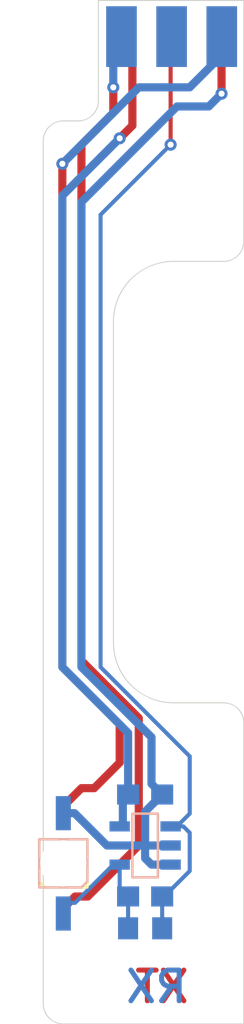
<source format=kicad_pcb>
(kicad_pcb (version 20241229) (generator "pcbnew") (generator_version "9.0")
  (layers (0 "F.Cu" signal) (2 "B.Cu" signal) (13 "F.Paste" user) (15 "B.Paste" user) (5 "F.SilkS" user "F.Silkscreen") (7 "B.SilkS" user "B.Silkscreen") (1 "F.Mask" user) (3 "B.Mask" user) (25 "Edge.Cuts" user))
  (net 0 "")
  (net 1 "GND")
  (net 2 "N$114")
  (net 3 "RX+3V3")
  (net 4 "IR-ADC")
  (net 5 "NC")
  (net 6 "TX-LED")
  (footprint "Ball Detection v4:LED-GULLR" (layer "F.Cu") (at 144.5011 122.5036 90)
    (property "Reference" "D1")
    (property "Value" "VSMB2000X01" (hide yes))
    (fp_line (start 1.2 -1.2) (end 1.2 1.2) (stroke (width 0.127)) (layer "F.SilkS"))
    (fp_line (start -0.9 -1.2) (end 1.2 -1.2) (stroke (width 0.127)) (layer "F.SilkS"))
    (fp_line (start -0.9 -1.2) (end -1.2 -0.9) (stroke (width 0.127)) (layer "F.SilkS"))
    (fp_line (start 1.2 1.2) (end -1.2 1.2) (stroke (width 0.127)) (layer "F.SilkS"))
    (fp_line (start -1.2 1.2) (end -1.2 -0.9) (stroke (width 0.127)) (layer "F.SilkS"))
    (pad "" np_thru_hole circle (at 0 0 90) (size 2.3 2.3) (drill 2.3) (layers "*.Cu" "*.Mask"))
    (pad "A" smd rect (at 2.5 0 90) (size 1.7 0.75) (layers "F.Cu" "F.Mask" "F.Paste") (net 6 "TX-LED"))
    (pad "C" smd rect (at -2.5 0 90) (size 1.7 0.75) (layers "F.Cu" "F.Mask" "F.Paste") (net 5 "NC"))
  )
  (footprint "Ball Detection v4:dummyfp0" (layer "F.Cu") (at 145.5011 128.5036)
    (property "Reference" "UNK_HOLE_0" (hide yes))
    (property "Value" "" (hide yes))
    (pad "" np_thru_hole circle (at 0 0) (size 2.1 2.1) (drill 2.1) (layers "*.Cu" "*.Mask"))
  )
  (footprint "Ball Detection v4:dummyfp2" (layer "F.Cu") (at 149.5011 90.5036)
    (property "Reference" "UNK_HOLE_2" (hide yes))
    (property "Value" "" (hide yes))
    (pad "" np_thru_hole circle (at 0 0) (size 2.1 2.1) (drill 2.1) (layers "*.Cu" "*.Mask"))
  )
  (footprint "Ball Detection v4:dummyfp1" (layer "F.Cu") (at 145.5011 116.5036)
    (property "Reference" "UNK_HOLE_1" (hide yes))
    (property "Value" "" (hide yes))
    (pad "" np_thru_hole circle (at 0 0) (size 2.1 2.1) (drill 2.1) (layers "*.Cu" "*.Mask"))
  )
  (footprint "Ball Detection v4:C0603" (layer "B.Cu") (at 148.5811 119.0736 180)
    (property "Reference" "C2")
    (property "Value" "10u" (hide yes))
    (pad "1" smd rect (at -0.85 0 180) (size 1.1 1) (layers "B.Cu" "B.Mask" "B.Paste") (net 1 "GND"))
    (pad "2" smd rect (at 0.85 0 180) (size 1.1 1) (layers "B.Cu" "B.Mask" "B.Paste") (net 3 "RX+3V3"))
  )
  (footprint "Ball Detection v4:LED-GULLR" (layer "B.Cu") (at 144.5011 122.5036 90)
    (property "Reference" "D2")
    (property "Value" "TEMD1000" (hide yes))
    (fp_line (start 1.2 -1.2) (end -1.2 -1.2) (stroke (width 0.127)) (layer "B.SilkS"))
    (fp_line (start -1.2 -1.2) (end -1.2 0.9) (stroke (width 0.127)) (layer "B.SilkS"))
    (fp_line (start 1.2 1.2) (end 1.2 -1.2) (stroke (width 0.127)) (layer "B.SilkS"))
    (fp_line (start -0.9 1.2) (end -1.2 0.9) (stroke (width 0.127)) (layer "B.SilkS"))
    (fp_line (start -0.9 1.2) (end 1.2 1.2) (stroke (width 0.127)) (layer "B.SilkS"))
    (pad "" np_thru_hole circle (at 0 0 90) (size 2.3 2.3) (drill 2.3) (layers "*.Cu" "*.Mask"))
    (pad "A" smd rect (at 2.5 0 90) (size 1.7 0.75) (layers "B.Cu" "B.Mask" "B.Paste") (net 1 "GND"))
    (pad "C" smd rect (at -2.5 0 90) (size 1.7 0.75) (layers "B.Cu" "B.Mask" "B.Paste") (net 2 "N$114"))
  )
  (footprint "Ball Detection v4:R0603" (layer "B.Cu") (at 148.5811 125.7411)
    (property "Reference" "R1")
    (property "Value" "1M" (hide yes))
    (pad "1" smd rect (at -0.85 0) (size 1 1.1) (layers "B.Cu" "B.Mask" "B.Paste") (net 2 "N$114"))
    (pad "2" smd rect (at 0.85 0) (size 1 1.1) (layers "B.Cu" "B.Mask" "B.Paste") (net 4 "IR-ADC"))
  )
  (footprint "Ball Detection v4:C0603" (layer "B.Cu") (at 148.5811 124.1536)
    (property "Reference" "C1")
    (property "Value" "10p" (hide yes))
    (pad "1" smd rect (at -0.85 0) (size 1.1 1) (layers "B.Cu" "B.Mask" "B.Paste") (net 2 "N$114"))
    (pad "2" smd rect (at 0.85 0) (size 1.1 1) (layers "B.Cu" "B.Mask" "B.Paste") (net 4 "IR-ADC"))
  )
  (footprint "Ball Detection v4:SOT23-5" (layer "B.Cu") (at 148.5811 121.6136 180)
    (property "Reference" "IC1")
    (property "Value" "OPA320" (hide yes))
    (fp_line (start 0.635 1.5875) (end 0.635 -1.5875) (stroke (width 0.127)) (layer "B.SilkS"))
    (fp_line (start 0.635 -1.5875) (end -0.635 -1.5875) (stroke (width 0.127)) (layer "B.SilkS"))
    (fp_line (start -0.635 1.5875) (end 0.635 1.5875) (stroke (width 0.127)) (layer "B.SilkS"))
    (fp_line (start -0.635 -1.5875) (end -0.635 1.5875) (stroke (width 0.127)) (layer "B.SilkS"))
    (pad "1" smd rect (at -1.27 0.9525 180) (size 1.016 0.508) (layers "B.Cu" "B.Mask" "B.Paste") (net 4 "IR-ADC"))
    (pad "2" smd rect (at -1.27 0 180) (size 1.016 0.508) (layers "B.Cu" "B.Mask" "B.Paste") (net 1 "GND"))
    (pad "3" smd rect (at -1.27 -0.9525 180) (size 1.016 0.508) (layers "B.Cu" "B.Mask" "B.Paste") (net 1 "GND"))
    (pad "4" smd rect (at 1.27 -0.9525 180) (size 1.016 0.508) (layers "B.Cu" "B.Mask" "B.Paste") (net 2 "N$114"))
    (pad "5" smd rect (at 1.27 0.9525 180) (size 1.016 0.508) (layers "B.Cu" "B.Mask" "B.Paste") (net 3 "RX+3V3"))
  )
  (gr_arc (start 153.5011 91.5036) (mid 153.208207 92.210707) (end 152.5011 92.5036) (stroke (width 0.05)) (layer "Edge.Cuts"))
  (gr_line (start 153.5011 115.5036) (end 153.5011 130.5036) (stroke (width 0.05)) (layer "Edge.Cuts"))
  (gr_line (start 150.0011 114.5036) (end 152.5011 114.5036) (stroke (width 0.05)) (layer "Edge.Cuts"))
  (gr_line (start 146.2511 79.5036) (end 146.2511 84.5036) (stroke (width 0.05)) (layer "Edge.Cuts"))
  (gr_line (start 147.0011 111.5036) (end 147.0011 95.5036) (stroke (width 0.05)) (layer "Edge.Cuts"))
  (gr_line (start 153.5011 130.5036) (end 144.5011 130.5036) (stroke (width 0.05)) (layer "Edge.Cuts"))
  (gr_arc (start 143.5011 86.5036) (mid 143.793993 85.796493) (end 144.5011 85.5036) (stroke (width 0.05)) (layer "Edge.Cuts"))
  (gr_arc (start 150.0011 114.5036) (mid 147.87978 113.62492) (end 147.0011 111.5036) (stroke (width 0.05)) (layer "Edge.Cuts"))
  (gr_line (start 144.5011 85.5036) (end 145.2511 85.5036) (stroke (width 0.05)) (layer "Edge.Cuts"))
  (gr_line (start 150.0011 92.5036) (end 152.5011 92.5036) (stroke (width 0.05)) (layer "Edge.Cuts"))
  (gr_arc (start 144.5011 130.5036) (mid 143.793993 130.210707) (end 143.5011 129.5036) (stroke (width 0.05)) (layer "Edge.Cuts"))
  (gr_arc (start 147.0011 95.5036) (mid 147.87978 93.38228) (end 150.0011 92.5036) (stroke (width 0.05)) (layer "Edge.Cuts"))
  (gr_line (start 143.5011 86.5036) (end 143.5011 129.5036) (stroke (width 0.05)) (layer "Edge.Cuts"))
  (gr_line (start 146.2511 79.5036) (end 153.5011 79.5036) (stroke (width 0.05)) (layer "Edge.Cuts"))
  (gr_arc (start 146.2511 84.5036) (mid 145.958207 85.210707) (end 145.2511 85.5036) (stroke (width 0.05)) (layer "Edge.Cuts"))
  (gr_arc (start 152.5011 114.5036) (mid 153.208207 114.796493) (end 153.5011 115.5036) (stroke (width 0.05)) (layer "Edge.Cuts"))
  (gr_line (start 153.5011 91.5036) (end 153.5011 79.5036) (stroke (width 0.05)) (layer "Edge.Cuts"))
  (gr_text "TX" (at 147.9461 129.5511 0) (layer "F.Cu") (effects (font (size 1.52908 1.52908) (thickness 0.24892)) (justify left bottom)))
  (gr_text "RX" (at 150.8036 129.5511 -0) (layer "B.Cu") (effects (font (size 1.52908 1.52908) (thickness 0.24892)) (justify left bottom mirror)))
  (segment (start 152.3911 84.1486) (end 152.3911 81.2911) (width 0.4064) (layer "F.Cu") (net 1))
  (via (at 152.3911 84.1486) (size 0.6048) (drill 0.3048) (layers "F.Cu" "B.Cu") (net 1))
  (segment (start 146.6761 121.6136) (end 145.0661 120.0036) (width 0.4064) (layer "B.Cu") (net 1))
  (segment (start 148.5811 121.6136) (end 149.8511 121.6136) (width 0.4064) (layer "B.Cu") (net 1))
  (segment (start 148.5811 122.2486) (end 148.5811 121.6136) (width 0.4064) (layer "B.Cu") (net 1))
  (segment (start 148.8986 118.5411) (end 148.8986 116.2161) (width 0.4064) (layer "B.Cu") (net 1))
  (segment (start 149.4311 119.0736) (end 148.8986 118.5411) (width 0.4064) (layer "B.Cu") (net 1))
  (segment (start 148.8986 116.2161) (end 145.4061 112.7236) (width 0.4064) (layer "B.Cu") (net 1))
  (segment (start 151.7561 84.7836) (end 150.1686 84.7836) (width 0.4064) (layer "B.Cu") (net 1))
  (segment (start 149.8511 122.5661) (end 148.8986 122.5661) (width 0.4064) (layer "B.Cu") (net 1))
  (segment (start 148.5811 119.9236) (end 148.5811 121.6136) (width 0.4064) (layer "B.Cu") (net 1))
  (segment (start 151.7561 84.7836) (end 152.3911 84.1486) (width 0.4064) (layer "B.Cu") (net 1))
  (segment (start 148.8986 122.5661) (end 148.5811 122.2486) (width 0.4064) (layer "B.Cu") (net 1))
  (segment (start 148.5811 121.6136) (end 146.6761 121.6136) (width 0.4064) (layer "B.Cu") (net 1))
  (segment (start 149.4311 119.0736) (end 148.5811 119.9236) (width 0.4064) (layer "B.Cu") (net 1))
  (segment (start 145.0661 120.0036) (end 144.5011 120.0036) (width 0.4064) (layer "B.Cu") (net 1))
  (segment (start 150.1686 84.7836) (end 145.4061 89.5461) (width 0.4064) (layer "B.Cu") (net 1))
  (segment (start 145.4061 112.7236) (end 145.4061 89.5461) (width 0.4064) (layer "B.Cu") (net 1))
  (segment (start 147.7311 124.1536) (end 147.7311 125.7411) (width 0.2032) (layer "B.Cu") (net 2))
  (segment (start 145.0886 124.4711) (end 146.9936 122.5661) (width 0.2032) (layer "B.Cu") (net 2))
  (segment (start 147.3111 122.5661) (end 147.3111 124.1536) (width 0.2032) (layer "B.Cu") (net 2))
  (segment (start 147.3111 124.1536) (end 147.7311 124.1536) (width 0.2032) (layer "B.Cu") (net 2))
  (segment (start 144.7711 124.7336) (end 144.7711 124.4711) (width 0.2032) (layer "B.Cu") (net 2))
  (segment (start 144.7711 124.4711) (end 145.0886 124.4711) (width 0.2032) (layer "B.Cu") (net 2))
  (segment (start 146.9936 122.5661) (end 147.3111 122.5661) (width 0.2032) (layer "B.Cu") (net 2))
  (segment (start 144.5011 125.0036) (end 144.7711 124.7336) (width 0.2032) (layer "B.Cu") (net 2))
  (segment (start 147.9461 85.7361) (end 147.9461 81.6086) (width 0.4064) (layer "F.Cu") (net 3))
  (segment (start 147.3111 86.3711) (end 147.9461 85.7361) (width 0.4064) (layer "F.Cu") (net 3))
  (segment (start 147.9461 81.6086) (end 147.3111 80.9736) (width 0.4064) (layer "F.Cu") (net 3))
  (via (at 147.3111 86.3711) (size 0.6048) (drill 0.3048) (layers "F.Cu" "B.Cu") (net 3))
  (segment (start 144.4536 89.2286) (end 147.3111 86.3711) (width 0.4064) (layer "B.Cu") (net 3))
  (segment (start 147.46985 120.50235) (end 147.3111 120.6611) (width 0.4064) (layer "B.Cu") (net 3))
  (segment (start 147.7311 119.0736) (end 147.7311 116.0011) (width 0.4064) (layer "B.Cu") (net 3))
  (segment (start 147.46985 119.33485) (end 147.46985 120.50235) (width 0.4064) (layer "B.Cu") (net 3))
  (segment (start 147.7311 119.0736) (end 147.46985 119.33485) (width 0.4064) (layer "B.Cu") (net 3))
  (segment (start 147.7311 116.0011) (end 144.4536 112.7236) (width 0.4064) (layer "B.Cu") (net 3))
  (segment (start 144.4536 112.7236) (end 144.4536 89.2286) (width 0.4064) (layer "B.Cu") (net 3))
  (segment (start 149.8511 86.6886) (end 149.8511 80.0211) (width 0.2032) (layer "F.Cu") (net 4))
  (via (at 149.8511 86.6886) (size 0.6048) (drill 0.3048) (layers "F.Cu" "B.Cu") (net 4))
  (segment (start 146.3586 112.7236) (end 146.3586 90.1811) (width 0.2032) (layer "B.Cu") (net 4))
  (segment (start 150.8036 120.9786) (end 150.4861 120.6611) (width 0.2032) (layer "B.Cu") (net 4))
  (segment (start 150.4861 120.6611) (end 149.8511 120.6611) (width 0.2032) (layer "B.Cu") (net 4))
  (segment (start 149.4311 124.1536) (end 149.5336 124.1536) (width 0.2032) (layer "B.Cu") (net 4))
  (segment (start 146.3586 90.1811) (end 149.8511 86.6886) (width 0.2032) (layer "B.Cu") (net 4))
  (segment (start 150.8036 117.1686) (end 146.3586 112.7236) (width 0.2032) (layer "B.Cu") (net 4))
  (segment (start 149.5336 124.1536) (end 150.8036 122.8836) (width 0.2032) (layer "B.Cu") (net 4))
  (segment (start 149.4311 125.7411) (end 149.4311 124.1536) (width 0.2032) (layer "B.Cu") (net 4))
  (segment (start 149.8511 120.6611) (end 150.1686 120.6611) (width 0.2032) (layer "B.Cu") (net 4))
  (segment (start 150.1686 120.6611) (end 150.8036 120.0261) (width 0.2032) (layer "B.Cu") (net 4))
  (segment (start 150.8036 122.8836) (end 150.8036 120.9786) (width 0.2032) (layer "B.Cu") (net 4))
  (segment (start 150.8036 120.0261) (end 150.8036 117.1686) (width 0.2032) (layer "B.Cu") (net 4))
  (segment (start 148.2636 115.2636) (end 145.4061 112.4061) (width 0.4064) (layer "F.Cu") (net 5))
  (segment (start 145.7204 124.1568) (end 148.2636 121.6136) (width 0.4064) (layer "F.Cu") (net 5))
  (segment (start 148.2636 121.6136) (end 148.2636 115.2636) (width 0.4064) (layer "F.Cu") (net 5))
  (segment (start 146.9936 85.1011) (end 146.9936 83.8311) (width 0.4064) (layer "F.Cu") (net 5))
  (segment (start 144.5011 125.0036) (end 144.5011 124.7411) (width 0.4064) (layer "F.Cu") (net 5))
  (segment (start 145.0854 124.1568) (end 145.7204 124.1568) (width 0.4064) (layer "F.Cu") (net 5))
  (segment (start 145.4061 86.6886) (end 146.9936 85.1011) (width 0.4064) (layer "F.Cu") (net 5))
  (segment (start 145.4061 112.4061) (end 145.4061 86.6886) (width 0.4064) (layer "F.Cu") (net 5))
  (segment (start 144.5011 124.7411) (end 145.0854 124.1568) (width 0.4064) (layer "F.Cu") (net 5))
  (via (at 146.9936 83.8311) (size 0.6048) (drill 0.3048) (layers "F.Cu" "B.Cu") (net 5))
  (segment (start 146.9936 83.8311) (end 146.9936 80.0211) (width 0.4064) (layer "B.Cu") (net 5))
  (segment (start 147.3111 117.4861) (end 147.3111 115.5811) (width 0.4064) (layer "F.Cu") (net 6))
  (segment (start 147.3111 115.5811) (end 144.4536 112.7236) (width 0.4064) (layer "F.Cu") (net 6))
  (segment (start 146.0411 118.7561) (end 147.3111 117.4861) (width 0.4064) (layer "F.Cu") (net 6))
  (segment (start 144.5011 119.6611) (end 145.4061 118.7561) (width 0.4064) (layer "F.Cu") (net 6))
  (segment (start 144.4536 112.7236) (end 144.4536 87.6411) (width 0.4064) (layer "F.Cu") (net 6))
  (segment (start 144.5011 120.0036) (end 144.5011 119.6611) (width 0.4064) (layer "F.Cu") (net 6))
  (segment (start 145.4061 118.7561) (end 146.0411 118.7561) (width 0.4064) (layer "F.Cu") (net 6))
  (via (at 144.4536 87.6411) (size 0.6048) (drill 0.3048) (layers "F.Cu" "B.Cu") (net 6))
  (segment (start 144.4536 87.6411) (end 148.2636 83.8311) (width 0.4064) (layer "B.Cu") (net 6))
  (segment (start 150.8036 83.8311) (end 152.3911 82.2436) (width 0.4064) (layer "B.Cu") (net 6))
  (segment (start 148.2636 83.8311) (end 150.8036 83.8311) (width 0.4064) (layer "B.Cu") (net 6))
  (segment (start 152.3911 82.2436) (end 152.3911 81.2911) (width 0.4064) (layer "B.Cu") (net 6))
  (zone (net 1) (net_name "GND") (layer "F.Cu") (priority 6) (connect_pads yes (clearance 0.000001)) (min_thickness 0.025) (fill yes (thermal_gap 0.5) (thermal_bridge_width 0.5))
    (polygon (pts (xy 153.1638 82.8163) (xy 151.6384 82.8163) (xy 151.6384 79.7909) (xy 153.1638 79.7909)))
  )
  (zone (net 4) (net_name "IR-ADC") (layer "F.Cu") (priority 6) (connect_pads yes (clearance 0.000001)) (min_thickness 0.025) (fill yes (thermal_gap 0.5) (thermal_bridge_width 0.5))
    (polygon (pts (xy 150.6638 82.8163) (xy 149.1384 82.8163) (xy 149.1384 79.7909) (xy 150.6638 79.7909)))
  )
  (zone (net 3) (net_name "RX+3V3") (layer "F.Cu") (priority 6) (connect_pads yes (clearance 0.000001)) (min_thickness 0.025) (fill yes (thermal_gap 0.5) (thermal_bridge_width 0.5))
    (polygon (pts (xy 148.1638 82.8163) (xy 146.6384 82.8163) (xy 146.6384 79.7909) (xy 148.1638 79.7909)))
  )
  (zone (net 6) (net_name "TX-LED") (layer "B.Cu") (priority 6) (connect_pads yes (clearance 0.000001)) (min_thickness 0.025) (fill yes (thermal_gap 0.5) (thermal_bridge_width 0.5))
    (polygon (pts (xy 153.1638 82.8163) (xy 151.6384 82.8163) (xy 151.6384 79.7909) (xy 153.1638 79.7909)))
  )
  (zone (net 0) (net_name "") (layer "B.Cu") (priority 6) (connect_pads yes (clearance 0.000001)) (min_thickness 0.025) (fill yes (thermal_gap 0.5) (thermal_bridge_width 0.5))
    (polygon (pts (xy 150.6638 82.8163) (xy 149.1384 82.8163) (xy 149.1384 79.7909) (xy 150.6638 79.7909)))
  )
  (zone (net 5) (net_name "NC") (layer "B.Cu") (priority 6) (connect_pads yes (clearance 0.000001)) (min_thickness 0.025) (fill yes (thermal_gap 0.5) (thermal_bridge_width 0.5))
    (polygon (pts (xy 148.1638 82.8163) (xy 146.6384 82.8163) (xy 146.6384 79.7909) (xy 148.1638 79.7909)))
  )
)
</source>
